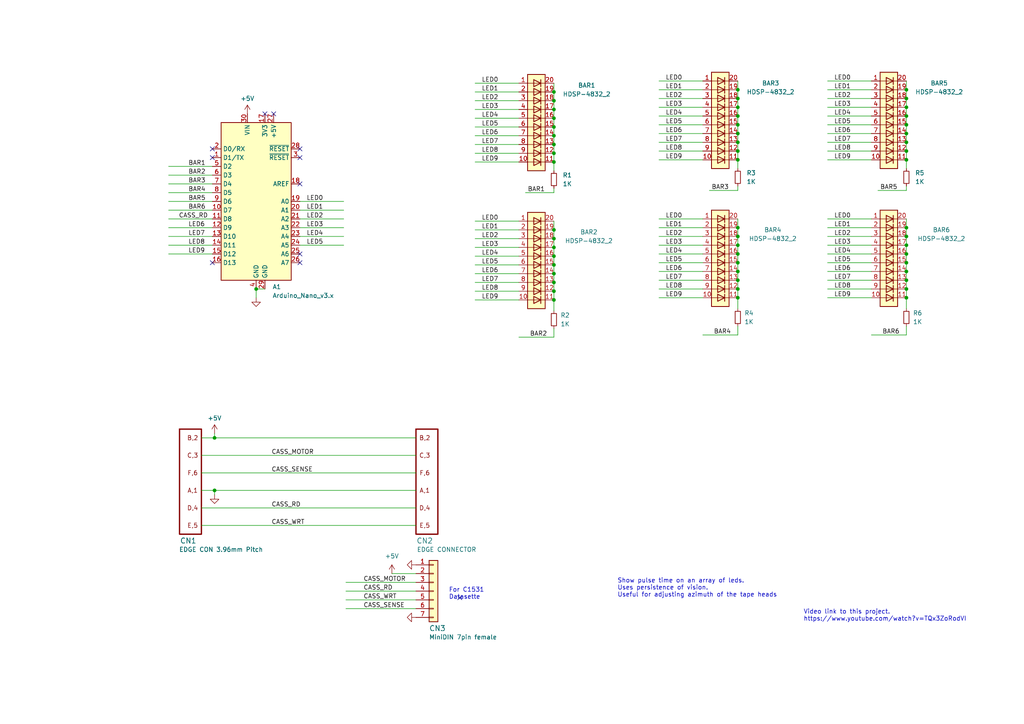
<source format=kicad_sch>
(kicad_sch (version 20230121) (generator eeschema)
  (paper "A4")
  (title_block (title "Commodore Tape Pulse Visualizer") (date "2024-02-04") (rev "1.0") (company "Disco lights for datasettes by Bwack 2024"))
  (lib_symbols
    (symbol "Connector_Generic:Conn_01x07" (pin_names (offset 1.016) hide)
      (property "Reference" "J" (at 0 10.16 0))
      (property "Value" "Conn_01x07" (at 0 -10.16 0))
      (symbol "Conn_01x07_1_1"
        (rectangle (start -1.27 -7.493) (end 0 -7.747) (stroke (width 0.1524)))
        (rectangle (start -1.27 -4.953) (end 0 -5.207) (stroke (width 0.1524)))
        (rectangle (start -1.27 -2.413) (end 0 -2.667) (stroke (width 0.1524)))
        (rectangle (start -1.27 0.127) (end 0 -0.127) (stroke (width 0.1524)))
        (rectangle (start -1.27 2.667) (end 0 2.413) (stroke (width 0.1524)))
        (rectangle (start -1.27 5.207) (end 0 4.953) (stroke (width 0.1524)))
        (rectangle (start -1.27 7.747) (end 0 7.493) (stroke (width 0.1524)))
        (rectangle (start -1.27 8.89) (end 1.27 -8.89) (stroke (width 0.254)) (fill (type background)))
        (pin passive line (at -5.08 7.62 0) (length 3.81) (name "Pin_1") (number "1"))
        (pin passive line (at -5.08 5.08 0) (length 3.81) (name "Pin_2") (number "2"))
        (pin passive line (at -5.08 2.54 0) (length 3.81) (name "Pin_3") (number "3"))
        (pin passive line (at -5.08 0 0) (length 3.81) (name "Pin_4") (number "4"))
        (pin passive line (at -5.08 -2.54 0) (length 3.81) (name "Pin_5") (number "5"))
        (pin passive line (at -5.08 -5.08 0) (length 3.81) (name "Pin_6") (number "6"))
        (pin passive line (at -5.08 -7.62 0) (length 3.81) (name "Pin_7") (number "7"))
      )
    )
    (symbol "Device:R_Small" (pin_numbers hide) (pin_names (offset 0.254) hide)
      (property "Reference" "R" (at 0.762 0.508 0))
      (property "Value" "R_Small" (at 0.762 -1.016 0))
      (symbol "R_Small_0_1"
        (rectangle (start -0.762 1.778) (end 0.762 -1.778) (stroke (width 0.2032)))
      )
      (symbol "R_Small_1_1"
        (pin passive line (at 0 2.54 270) (length 0.762) (name "~") (number "1"))
        (pin passive line (at 0 -2.54 90) (length 0.762) (name "~") (number "2"))
      )
    )
    (symbol "LED:HDSP-4832_2" (pin_names (offset 1.016) hide)
      (property "Reference" "BAR" (at 0 15.24 0))
      (property "Value" "HDSP-4832_2" (at 0 -17.78 0))
      (symbol "HDSP-4832_2_0_1"
        (rectangle (start -2.54 12.7) (end 2.54 -15.24) (stroke (width 0.254)) (fill (type background)))
        (polyline (pts (xy -2.54 -12.7) (xy 2.54 -12.7)))
        (polyline (pts (xy -2.54 -10.16) (xy 2.54 -10.16)))
        (polyline (pts (xy -2.54 -7.62) (xy 2.54 -7.62)))
        (polyline (pts (xy -2.54 -5.08) (xy 2.54 -5.08)))
        (polyline (pts (xy -2.54 0) (xy 2.54 0)))
        (polyline (pts (xy -2.54 5.08) (xy 2.54 5.08)))
        (polyline (pts (xy -2.54 7.62) (xy 2.54 7.62)))
        (polyline (pts (xy -2.54 10.16) (xy 2.54 10.16)))
        (polyline (pts (xy 1.27 -11.684) (xy 1.27 -13.716)) (stroke (width 0.254)))
        (polyline (pts (xy 1.27 -9.144) (xy 1.27 -11.176)) (stroke (width 0.254)))
        (polyline (pts (xy 1.27 -6.604) (xy 1.27 -8.636)) (stroke (width 0.254)))
        (polyline (pts (xy 1.27 -4.064) (xy 1.27 -6.096)) (stroke (width 0.254)))
        (polyline (pts (xy 1.27 -1.524) (xy 1.27 -3.556)) (stroke (width 0.254)))
        (polyline (pts (xy 1.27 1.016) (xy 1.27 -1.016)) (stroke (width 0.254)))
        (polyline (pts (xy 1.27 3.556) (xy 1.27 1.524)) (stroke (width 0.254)))
        (polyline (pts (xy 1.27 6.096) (xy 1.27 4.064)) (stroke (width 0.254)))
        (polyline (pts (xy 1.27 8.636) (xy 1.27 6.604)) (stroke (width 0.254)))
        (polyline (pts (xy 1.27 11.176) (xy 1.27 9.144)) (stroke (width 0.254)))
        (polyline (pts (xy 2.54 -2.54) (xy -2.54 -2.54)))
        (polyline (pts (xy 2.54 2.54) (xy -2.54 2.54)))
        (polyline (pts (xy -0.762 -11.684) (xy -0.762 -13.716) (xy 1.27 -12.7) (xy -0.762 -11.684)) (stroke (width 0.254)))
        (polyline (pts (xy -0.762 -9.144) (xy -0.762 -11.176) (xy 1.27 -10.16) (xy -0.762 -9.144)) (stroke (width 0.254)))
        (polyline (pts (xy -0.762 -6.604) (xy -0.762 -8.636) (xy 1.27 -7.62) (xy -0.762 -6.604)) (stroke (width 0.254)))
        (polyline (pts (xy -0.762 -4.064) (xy -0.762 -6.096) (xy 1.27 -5.08) (xy -0.762 -4.064)) (stroke (width 0.254)))
        (polyline (pts (xy -0.762 -1.524) (xy -0.762 -3.556) (xy 1.27 -2.54) (xy -0.762 -1.524)) (stroke (width 0.254)))
        (polyline (pts (xy -0.762 1.016) (xy -0.762 -1.016) (xy 1.27 0) (xy -0.762 1.016)) (stroke (width 0.254)))
        (polyline (pts (xy -0.762 3.556) (xy -0.762 1.524) (xy 1.27 2.54) (xy -0.762 3.556)) (stroke (width 0.254)))
        (polyline (pts (xy -0.762 6.096) (xy -0.762 4.064) (xy 1.27 5.08) (xy -0.762 6.096)) (stroke (width 0.254)))
        (polyline (pts (xy -0.762 8.636) (xy -0.762 6.604) (xy 1.27 7.62) (xy -0.762 8.636)) (stroke (width 0.254)))
        (polyline (pts (xy -0.762 11.176) (xy -0.762 9.144) (xy 1.27 10.16) (xy -0.762 11.176)) (stroke (width 0.254)))
      )
      (symbol "HDSP-4832_2_1_1"
        (pin passive line (at -5.08 10.16 0) (length 2.54) (name "A") (number "1"))
        (pin passive line (at -5.08 -12.7 0) (length 2.54) (name "A") (number "10"))
        (pin passive line (at 5.08 -12.7 180) (length 2.54) (name "K") (number "11"))
        (pin passive line (at 5.08 -10.16 180) (length 2.54) (name "K") (number "12"))
        (pin passive line (at 5.08 -7.62 180) (length 2.54) (name "K") (number "13"))
        (pin passive line (at 5.08 -5.08 180) (length 2.54) (name "K") (number "14"))
        (pin passive line (at 5.08 -2.54 180) (length 2.54) (name "K") (number "15"))
        (pin passive line (at 5.08 0 180) (length 2.54) (name "K") (number "16"))
        (pin passive line (at 5.08 2.54 180) (length 2.54) (name "K") (number "17"))
        (pin passive line (at 5.08 5.08 180) (length 2.54) (name "K") (number "18"))
        (pin passive line (at 5.08 7.62 180) (length 2.54) (name "K") (number "19"))
        (pin passive line (at -5.08 7.62 0) (length 2.54) (name "A") (number "2"))
        (pin passive line (at 5.08 10.16 180) (length 2.54) (name "K") (number "20"))
        (pin passive line (at -5.08 5.08 0) (length 2.54) (name "A") (number "3"))
        (pin passive line (at -5.08 2.54 0) (length 2.54) (name "A") (number "4"))
        (pin passive line (at -5.08 0 0) (length 2.54) (name "A") (number "5"))
        (pin passive line (at -5.08 -2.54 0) (length 2.54) (name "A") (number "6"))
        (pin passive line (at -5.08 -5.08 0) (length 2.54) (name "A") (number "7"))
        (pin passive line (at -5.08 -7.62 0) (length 2.54) (name "A") (number "8"))
        (pin passive line (at -5.08 -10.16 0) (length 2.54) (name "A") (number "9"))
      )
    )
    (symbol "MCU_Module:Arduino_Nano_v3.x"
      (property "Reference" "A" (at -10.16 23.495 0))
      (property "Value" "Arduino_Nano_v3.x" (at 5.08 -24.13 0))
      (symbol "Arduino_Nano_v3.x_0_1"
        (rectangle (start -10.16 22.86) (end 10.16 -22.86) (stroke (width 0.254)) (fill (type background)))
      )
      (symbol "Arduino_Nano_v3.x_1_1"
        (pin bidirectional line (at -12.7 12.7 0) (length 2.54) (name "D1/TX") (number "1"))
        (pin bidirectional line (at -12.7 -2.54 0) (length 2.54) (name "D7") (number "10"))
        (pin bidirectional line (at -12.7 -5.08 0) (length 2.54) (name "D8") (number "11"))
        (pin bidirectional line (at -12.7 -7.62 0) (length 2.54) (name "D9") (number "12"))
        (pin bidirectional line (at -12.7 -10.16 0) (length 2.54) (name "D10") (number "13"))
        (pin bidirectional line (at -12.7 -12.7 0) (length 2.54) (name "D11") (number "14"))
        (pin bidirectional line (at -12.7 -15.24 0) (length 2.54) (name "D12") (number "15"))
        (pin bidirectional line (at -12.7 -17.78 0) (length 2.54) (name "D13") (number "16"))
        (pin power_out line (at 2.54 25.4 270) (length 2.54) (name "3V3") (number "17"))
        (pin input line (at 12.7 5.08 180) (length 2.54) (name "AREF") (number "18"))
        (pin bidirectional line (at 12.7 0 180) (length 2.54) (name "A0") (number "19"))
        (pin bidirectional line (at -12.7 15.24 0) (length 2.54) (name "D0/RX") (number "2"))
        (pin bidirectional line (at 12.7 -2.54 180) (length 2.54) (name "A1") (number "20"))
        (pin bidirectional line (at 12.7 -5.08 180) (length 2.54) (name "A2") (number "21"))
        (pin bidirectional line (at 12.7 -7.62 180) (length 2.54) (name "A3") (number "22"))
        (pin bidirectional line (at 12.7 -10.16 180) (length 2.54) (name "A4") (number "23"))
        (pin bidirectional line (at 12.7 -12.7 180) (length 2.54) (name "A5") (number "24"))
        (pin bidirectional line (at 12.7 -15.24 180) (length 2.54) (name "A6") (number "25"))
        (pin bidirectional line (at 12.7 -17.78 180) (length 2.54) (name "A7") (number "26"))
        (pin power_out line (at 5.08 25.4 270) (length 2.54) (name "+5V") (number "27"))
        (pin input line (at 12.7 15.24 180) (length 2.54) (name "~{RESET}") (number "28"))
        (pin power_in line (at 2.54 -25.4 90) (length 2.54) (name "GND") (number "29"))
        (pin input line (at 12.7 12.7 180) (length 2.54) (name "~{RESET}") (number "3"))
        (pin power_in line (at -2.54 25.4 270) (length 2.54) (name "VIN") (number "30"))
        (pin power_in line (at 0 -25.4 90) (length 2.54) (name "GND") (number "4"))
        (pin bidirectional line (at -12.7 10.16 0) (length 2.54) (name "D2") (number "5"))
        (pin bidirectional line (at -12.7 7.62 0) (length 2.54) (name "D3") (number "6"))
        (pin bidirectional line (at -12.7 5.08 0) (length 2.54) (name "D4") (number "7"))
        (pin bidirectional line (at -12.7 2.54 0) (length 2.54) (name "D5") (number "8"))
        (pin bidirectional line (at -12.7 0 0) (length 2.54) (name "D6") (number "9"))
      )
    )
    (symbol "c64c-symbol-library:CASSETTE_PORT"
      (property "Reference" "CN" (at -6.35 0 90))
      (symbol "CASSETTE_PORT_0_0"
        (text "A,1" (at 0 -2.54 0) (effects (font (size 1.27 1.27))))
        (text "B,2" (at 0 12.7 0) (effects (font (size 1.27 1.27))))
        (text "C,3" (at 0 7.62 0) (effects (font (size 1.27 1.27))))
        (text "D,4" (at 0 -7.62 0) (effects (font (size 1.27 1.27))))
        (text "E,5" (at 0 -12.7 0) (effects (font (size 1.27 1.27))))
        (text "F,6" (at 0 2.54 0) (effects (font (size 1.27 1.27))))
      )
      (symbol "CASSETTE_PORT_0_1"
        (rectangle (start -3.81 15.24) (end 2.54 -15.24) (stroke (width 0.381)))
      )
      (symbol "CASSETTE_PORT_1_1"
        (pin input line (at 2.54 -2.54 180) (length 2.54) hide (name "") (number "1"))
        (pin input line (at 2.54 12.7 180) (length 2.54) hide (name "") (number "2"))
        (pin input line (at 2.54 7.62 180) (length 2.54) hide (name "") (number "3"))
        (pin input line (at 2.54 -7.62 180) (length 2.54) hide (name "") (number "4"))
        (pin input line (at 2.54 -12.7 180) (length 2.54) hide (name "") (number "5"))
        (pin input line (at 2.54 2.54 180) (length 2.54) hide (name "") (number "6"))
        (pin input line (at 2.54 -2.54 180) (length 2.54) hide (name "") (number "A"))
        (pin input line (at 2.54 12.7 180) (length 2.54) hide (name "") (number "B"))
        (pin input line (at 2.54 7.62 180) (length 2.54) hide (name "") (number "C"))
        (pin input line (at 2.54 -7.62 180) (length 2.54) hide (name "") (number "D"))
        (pin input line (at 2.54 -12.7 180) (length 2.54) hide (name "") (number "E"))
        (pin input line (at 2.54 2.54 180) (length 2.54) hide (name "") (number "F"))
      )
    )
    (symbol "power:+5V" (power) (pin_names (offset 0))
      (property "Value" "+5V" (at 0 3.556 0))
      (symbol "+5V_0_1"
        (polyline (pts (xy -0.762 1.27) (xy 0 2.54)))
        (polyline (pts (xy 0 0) (xy 0 2.54)))
        (polyline (pts (xy 0 2.54) (xy 0.762 1.27)))
      )
      (symbol "+5V_1_1"
        (pin power_in line (at 0 0 90) (length 0) hide (name "+5V") (number "1"))
      )
    )
    (symbol "power:GND" (power) (pin_names (offset 0))
      (property "Value" "GND" (at 0 -3.81 0))
      (symbol "GND_0_1"
        (polyline (pts (xy 0 0) (xy 0 -1.27) (xy 1.27 -1.27) (xy 0 -2.54) (xy -1.27 -1.27) (xy 0 -1.27)))
      )
      (symbol "GND_1_1"
        (pin power_in line (at 0 0 270) (length 0) hide (name "GND") (number "1"))
      )
    )
  )
  (junction (at 160.655 69.215))
  (junction (at 213.995 43.815))
  (junction (at 213.995 73.66))
  (junction (at 213.995 71.12))
  (junction (at 213.995 83.82))
  (junction (at 262.89 38.735))
  (junction (at 213.995 36.195))
  (junction (at 213.995 41.275))
  (junction (at 262.89 78.74))
  (junction (at 262.89 68.58))
  (junction (at 213.995 28.575))
  (junction (at 213.995 86.36))
  (junction (at 262.89 26.035))
  (junction (at 262.89 81.28))
  (junction (at 160.655 86.995))
  (junction (at 160.655 39.37))
  (junction (at 160.655 44.45))
  (junction (at 160.655 36.83))
  (junction (at 262.89 86.36))
  (junction (at 262.89 46.355))
  (junction (at 262.89 83.82))
  (junction (at 62.23 142.24))
  (junction (at 262.89 43.815))
  (junction (at 262.89 28.575))
  (junction (at 74.295 83.82))
  (junction (at 160.655 26.67))
  (junction (at 262.89 31.115))
  (junction (at 160.655 66.675))
  (junction (at 160.655 84.455))
  (junction (at 262.89 76.2))
  (junction (at 160.655 46.99))
  (junction (at 160.655 71.755))
  (junction (at 213.995 26.035))
  (junction (at 160.655 41.91))
  (junction (at 160.655 31.75))
  (junction (at 213.995 76.2))
  (junction (at 262.89 41.275))
  (junction (at 213.995 38.735))
  (junction (at 262.89 36.195))
  (junction (at 213.995 31.115))
  (junction (at 160.655 76.835))
  (junction (at 160.655 81.915))
  (junction (at 213.995 66.04))
  (junction (at 213.995 33.655))
  (junction (at 262.89 33.655))
  (junction (at 62.23 127))
  (junction (at 160.655 29.21))
  (junction (at 160.655 34.29))
  (junction (at 213.995 81.28))
  (junction (at 262.89 66.04))
  (junction (at 262.89 73.66))
  (junction (at 160.655 74.295))
  (junction (at 262.89 71.12))
  (junction (at 213.995 78.74))
  (junction (at 213.995 68.58))
  (junction (at 160.655 79.375))
  (junction (at 213.995 46.355))
  (no_connect (at 86.995 45.72))
  (no_connect (at 86.995 43.18))
  (no_connect (at 133.35 173.355))
  (no_connect (at 61.595 45.72))
  (no_connect (at 61.595 76.2))
  (no_connect (at 86.995 53.34))
  (no_connect (at 76.835 33.02))
  (no_connect (at 86.995 76.2))
  (no_connect (at 86.995 73.66))
  (no_connect (at 79.375 33.02))
  (no_connect (at 61.595 43.18))
  (wire (pts (xy 160.655 31.75) (xy 160.655 34.29)))
  (wire (pts (xy 262.89 41.275) (xy 262.89 43.815)))
  (wire (pts (xy 191.135 23.495) (xy 203.835 23.495)))
  (wire (pts (xy 86.995 68.58) (xy 99.695 68.58)))
  (wire (pts (xy 191.135 43.815) (xy 203.835 43.815)))
  (wire (pts (xy 191.135 33.655) (xy 203.835 33.655)))
  (wire (pts (xy 262.89 43.815) (xy 262.89 46.355)))
  (wire (pts (xy 150.495 97.79) (xy 160.655 97.79)))
  (wire (pts (xy 137.795 81.915) (xy 150.495 81.915)))
  (wire (pts (xy 240.03 26.035) (xy 252.73 26.035)))
  (wire (pts (xy 262.89 83.82) (xy 262.89 86.36)))
  (wire (pts (xy 262.89 38.735) (xy 262.89 41.275)))
  (wire (pts (xy 137.795 71.755) (xy 150.495 71.755)))
  (wire (pts (xy 160.655 84.455) (xy 160.655 86.995)))
  (wire (pts (xy 61.595 73.66) (xy 48.895 73.66)))
  (wire (pts (xy 240.03 81.28) (xy 252.73 81.28)))
  (wire (pts (xy 191.135 68.58) (xy 203.835 68.58)))
  (wire (pts (xy 213.995 89.535) (xy 213.995 86.36)))
  (wire (pts (xy 61.595 71.12) (xy 48.895 71.12)))
  (wire (pts (xy 213.995 73.66) (xy 213.995 76.2)))
  (wire (pts (xy 160.655 44.45) (xy 160.655 46.99)))
  (wire (pts (xy 191.135 38.735) (xy 203.835 38.735)))
  (wire (pts (xy 262.89 36.195) (xy 262.89 38.735)))
  (wire (pts (xy 191.135 76.2) (xy 203.835 76.2)))
  (wire (pts (xy 191.135 81.28) (xy 203.835 81.28)))
  (wire (pts (xy 160.655 74.295) (xy 160.655 76.835)))
  (wire (pts (xy 191.135 86.36) (xy 203.835 86.36)))
  (wire (pts (xy 137.795 76.835) (xy 150.495 76.835)))
  (wire (pts (xy 213.995 81.28) (xy 213.995 83.82)))
  (wire (pts (xy 86.995 66.04) (xy 99.695 66.04)))
  (wire (pts (xy 62.23 125.73) (xy 62.23 127)))
  (wire (pts (xy 252.73 97.155) (xy 262.89 97.155)))
  (wire (pts (xy 213.995 33.655) (xy 213.995 36.195)))
  (wire (pts (xy 262.89 33.655) (xy 262.89 36.195)))
  (wire (pts (xy 262.89 31.115) (xy 262.89 33.655)))
  (wire (pts (xy 191.135 28.575) (xy 203.835 28.575)))
  (wire (pts (xy 137.795 44.45) (xy 150.495 44.45)))
  (wire (pts (xy 48.895 68.58) (xy 61.595 68.58)))
  (wire (pts (xy 74.295 83.82) (xy 74.295 86.36)))
  (wire (pts (xy 240.03 28.575) (xy 252.73 28.575)))
  (wire (pts (xy 262.89 23.495) (xy 262.89 26.035)))
  (wire (pts (xy 213.995 68.58) (xy 213.995 71.12)))
  (wire (pts (xy 262.89 66.04) (xy 262.89 68.58)))
  (wire (pts (xy 100.33 173.99) (xy 120.65 173.99)))
  (wire (pts (xy 213.995 31.115) (xy 213.995 33.655)))
  (wire (pts (xy 205.74 55.245) (xy 213.995 55.245)))
  (wire (pts (xy 160.655 36.83) (xy 160.655 39.37)))
  (wire (pts (xy 191.135 63.5) (xy 203.835 63.5)))
  (wire (pts (xy 86.995 58.42) (xy 99.695 58.42)))
  (wire (pts (xy 262.89 94.615) (xy 262.89 97.155)))
  (wire (pts (xy 262.89 73.66) (xy 262.89 76.2)))
  (wire (pts (xy 61.595 58.42) (xy 48.895 58.42)))
  (wire (pts (xy 240.03 31.115) (xy 252.73 31.115)))
  (wire (pts (xy 213.995 38.735) (xy 213.995 41.275)))
  (wire (pts (xy 240.03 73.66) (xy 252.73 73.66)))
  (wire (pts (xy 240.03 33.655) (xy 252.73 33.655)))
  (wire (pts (xy 160.655 39.37) (xy 160.655 41.91)))
  (wire (pts (xy 137.795 66.675) (xy 150.495 66.675)))
  (wire (pts (xy 160.655 41.91) (xy 160.655 44.45)))
  (wire (pts (xy 262.89 55.245) (xy 262.89 53.975)))
  (wire (pts (xy 61.595 60.96) (xy 48.895 60.96)))
  (wire (pts (xy 240.03 36.195) (xy 252.73 36.195)))
  (wire (pts (xy 160.655 29.21) (xy 160.655 31.75)))
  (wire (pts (xy 160.655 69.215) (xy 160.655 71.755)))
  (wire (pts (xy 191.135 71.12) (xy 203.835 71.12)))
  (wire (pts (xy 191.135 41.275) (xy 203.835 41.275)))
  (wire (pts (xy 191.135 31.115) (xy 203.835 31.115)))
  (wire (pts (xy 137.795 36.83) (xy 150.495 36.83)))
  (wire (pts (xy 191.135 83.82) (xy 203.835 83.82)))
  (wire (pts (xy 262.89 81.28) (xy 262.89 83.82)))
  (wire (pts (xy 62.23 142.24) (xy 120.65 142.24)))
  (wire (pts (xy 262.89 76.2) (xy 262.89 78.74)))
  (wire (pts (xy 262.89 89.535) (xy 262.89 86.36)))
  (wire (pts (xy 240.03 78.74) (xy 252.73 78.74)))
  (wire (pts (xy 213.995 28.575) (xy 213.995 31.115)))
  (wire (pts (xy 58.42 137.16) (xy 120.65 137.16)))
  (wire (pts (xy 62.23 127) (xy 120.65 127)))
  (wire (pts (xy 58.42 127) (xy 62.23 127)))
  (wire (pts (xy 213.995 63.5) (xy 213.995 66.04)))
  (wire (pts (xy 191.135 46.355) (xy 203.835 46.355)))
  (wire (pts (xy 240.03 23.495) (xy 252.73 23.495)))
  (wire (pts (xy 191.135 66.04) (xy 203.835 66.04)))
  (wire (pts (xy 213.995 23.495) (xy 213.995 26.035)))
  (wire (pts (xy 240.03 71.12) (xy 252.73 71.12)))
  (wire (pts (xy 58.42 142.24) (xy 62.23 142.24)))
  (wire (pts (xy 254.635 55.245) (xy 262.89 55.245)))
  (wire (pts (xy 160.655 71.755) (xy 160.655 74.295)))
  (wire (pts (xy 191.135 73.66) (xy 203.835 73.66)))
  (wire (pts (xy 213.995 94.615) (xy 213.995 97.155)))
  (wire (pts (xy 48.895 48.26) (xy 61.595 48.26)))
  (wire (pts (xy 213.995 55.245) (xy 213.995 53.975)))
  (wire (pts (xy 48.895 50.8) (xy 61.595 50.8)))
  (wire (pts (xy 213.995 36.195) (xy 213.995 38.735)))
  (wire (pts (xy 240.03 63.5) (xy 252.73 63.5)))
  (wire (pts (xy 137.795 64.135) (xy 150.495 64.135)))
  (wire (pts (xy 137.795 39.37) (xy 150.495 39.37)))
  (wire (pts (xy 137.795 86.995) (xy 150.495 86.995)))
  (wire (pts (xy 160.655 66.675) (xy 160.655 69.215)))
  (wire (pts (xy 100.33 168.91) (xy 120.65 168.91)))
  (wire (pts (xy 160.655 95.25) (xy 160.655 97.79)))
  (wire (pts (xy 262.89 28.575) (xy 262.89 31.115)))
  (wire (pts (xy 137.795 84.455) (xy 150.495 84.455)))
  (wire (pts (xy 240.03 38.735) (xy 252.73 38.735)))
  (wire (pts (xy 203.835 97.155) (xy 213.995 97.155)))
  (wire (pts (xy 213.995 66.04) (xy 213.995 68.58)))
  (wire (pts (xy 58.42 132.08) (xy 120.65 132.08)))
  (wire (pts (xy 213.995 26.035) (xy 213.995 28.575)))
  (wire (pts (xy 137.795 26.67) (xy 150.495 26.67)))
  (wire (pts (xy 152.4 55.88) (xy 160.655 55.88)))
  (wire (pts (xy 240.03 41.275) (xy 252.73 41.275)))
  (wire (pts (xy 160.655 64.135) (xy 160.655 66.675)))
  (wire (pts (xy 61.595 63.5) (xy 48.895 63.5)))
  (wire (pts (xy 86.995 63.5) (xy 99.695 63.5)))
  (wire (pts (xy 160.655 24.13) (xy 160.655 26.67)))
  (wire (pts (xy 262.89 48.895) (xy 262.89 46.355)))
  (wire (pts (xy 137.795 74.295) (xy 150.495 74.295)))
  (wire (pts (xy 262.89 63.5) (xy 262.89 66.04)))
  (wire (pts (xy 240.03 86.36) (xy 252.73 86.36)))
  (wire (pts (xy 160.655 90.17) (xy 160.655 86.995)))
  (wire (pts (xy 137.795 69.215) (xy 150.495 69.215)))
  (wire (pts (xy 58.42 147.32) (xy 120.65 147.32)))
  (wire (pts (xy 137.795 24.13) (xy 150.495 24.13)))
  (wire (pts (xy 213.995 83.82) (xy 213.995 86.36)))
  (wire (pts (xy 61.595 55.88) (xy 48.895 55.88)))
  (wire (pts (xy 86.995 60.96) (xy 99.695 60.96)))
  (wire (pts (xy 240.03 66.04) (xy 252.73 66.04)))
  (wire (pts (xy 191.135 26.035) (xy 203.835 26.035)))
  (wire (pts (xy 61.595 53.34) (xy 48.895 53.34)))
  (wire (pts (xy 240.03 43.815) (xy 252.73 43.815)))
  (wire (pts (xy 213.995 78.74) (xy 213.995 81.28)))
  (wire (pts (xy 58.42 152.4) (xy 120.65 152.4)))
  (wire (pts (xy 48.895 66.04) (xy 61.595 66.04)))
  (wire (pts (xy 160.655 26.67) (xy 160.655 29.21)))
  (wire (pts (xy 240.03 76.2) (xy 252.73 76.2)))
  (wire (pts (xy 113.665 166.37) (xy 120.65 166.37)))
  (wire (pts (xy 137.795 29.21) (xy 150.495 29.21)))
  (wire (pts (xy 160.655 79.375) (xy 160.655 81.915)))
  (wire (pts (xy 160.655 81.915) (xy 160.655 84.455)))
  (wire (pts (xy 191.135 36.195) (xy 203.835 36.195)))
  (wire (pts (xy 86.995 71.12) (xy 99.695 71.12)))
  (wire (pts (xy 240.03 46.355) (xy 252.73 46.355)))
  (wire (pts (xy 160.655 55.88) (xy 160.655 54.61)))
  (wire (pts (xy 262.89 78.74) (xy 262.89 81.28)))
  (wire (pts (xy 160.655 49.53) (xy 160.655 46.99)))
  (wire (pts (xy 74.295 83.82) (xy 76.835 83.82)))
  (wire (pts (xy 160.655 34.29) (xy 160.655 36.83)))
  (wire (pts (xy 213.995 71.12) (xy 213.995 73.66)))
  (wire (pts (xy 240.03 68.58) (xy 252.73 68.58)))
  (wire (pts (xy 100.33 176.53) (xy 120.65 176.53)))
  (wire (pts (xy 137.795 41.91) (xy 150.495 41.91)))
  (wire (pts (xy 240.03 83.82) (xy 252.73 83.82)))
  (wire (pts (xy 213.995 43.815) (xy 213.995 46.355)))
  (wire (pts (xy 160.655 76.835) (xy 160.655 79.375)))
  (wire (pts (xy 137.795 79.375) (xy 150.495 79.375)))
  (wire (pts (xy 262.89 71.12) (xy 262.89 73.66)))
  (wire (pts (xy 262.89 68.58) (xy 262.89 71.12)))
  (wire (pts (xy 191.135 78.74) (xy 203.835 78.74)))
  (wire (pts (xy 262.89 26.035) (xy 262.89 28.575)))
  (wire (pts (xy 137.795 31.75) (xy 150.495 31.75)))
  (wire (pts (xy 213.995 76.2) (xy 213.995 78.74)))
  (wire (pts (xy 213.995 48.895) (xy 213.995 46.355)))
  (wire (pts (xy 137.795 34.29) (xy 150.495 34.29)))
  (wire (pts (xy 137.795 46.99) (xy 150.495 46.99)))
  (wire (pts (xy 213.995 41.275) (xy 213.995 43.815)))
  (wire (pts (xy 100.33 171.45) (xy 120.65 171.45)))
  (wire (pts (xy 62.23 143.51) (xy 62.23 142.24)))
  (text "Video link to this project.\nhttps://www.youtube.com/watch?v=TQx3ZoRodVI" (at 233.045 180.34 0) (effects (font (size 1.27 1.27)) (justify left bottom)))
  (text "Show pulse time on an array of leds.\nUses persistence of vision.\nUseful for adjusting azimuth of the tape heads" (at 179.07 173.355 0) (effects (font (size 1.27 1.27)) (justify left bottom)))
  (text "For C1531\nDatasette" (at 130.175 173.99 0) (effects (font (size 1.27 1.27)) (justify left bottom)))
  (label "LED0" (at 139.7 24.13 0))
  (label "LED5" (at 139.7 76.835 0))
  (label "LED0" (at 241.935 63.5 0))
  (label "LED4" (at 139.7 74.295 0))
  (label "LED1" (at 241.935 26.035 0))
  (label "LED4" (at 193.04 33.655 0))
  (label "BAR6" (at 54.61 60.96 0))
  (label "LED0" (at 139.7 64.135 0))
  (label "CASS_WRT" (at 105.41 173.99 0))
  (label "LED4" (at 139.7 34.29 0))
  (label "LED2" (at 139.7 29.21 0))
  (label "BAR6" (at 255.905 97.155 0))
  (label "LED4" (at 88.9 68.58 0))
  (label "BAR4" (at 54.61 55.88 0))
  (label "LED3" (at 193.04 71.12 0))
  (label "LED8" (at 193.04 83.82 0))
  (label "LED5" (at 193.04 36.195 0))
  (label "LED5" (at 241.935 76.2 0))
  (label "LED9" (at 139.7 86.995 0))
  (label "CASS_SENSE" (at 105.41 176.53 0))
  (label "LED1" (at 88.9 60.96 0))
  (label "LED3" (at 241.935 71.12 0))
  (label "CASS_MOTOR" (at 78.74 132.08 0))
  (label "CASS_WRT" (at 78.74 152.4 0))
  (label "LED8" (at 139.7 84.455 0))
  (label "BAR2" (at 153.67 97.79 0))
  (label "BAR5" (at 255.27 55.245 0))
  (label "LED5" (at 241.935 36.195 0))
  (label "LED8" (at 139.7 44.45 0))
  (label "LED9" (at 193.04 46.355 0))
  (label "LED5" (at 88.9 71.12 0))
  (label "LED9" (at 54.61 73.66 0))
  (label "LED3" (at 88.9 66.04 0))
  (label "LED2" (at 139.7 69.215 0))
  (label "LED9" (at 241.935 46.355 0))
  (label "LED6" (at 193.04 78.74 0))
  (label "LED4" (at 241.935 33.655 0))
  (label "LED3" (at 139.7 71.755 0))
  (label "LED6" (at 139.7 79.375 0))
  (label "LED0" (at 241.935 23.495 0))
  (label "BAR3" (at 206.375 55.245 0))
  (label "LED4" (at 241.935 73.66 0))
  (label "LED4" (at 193.04 73.66 0))
  (label "CASS_RD" (at 78.74 147.32 0))
  (label "LED1" (at 139.7 66.675 0))
  (label "BAR2" (at 54.61 50.8 0))
  (label "LED3" (at 241.935 31.115 0))
  (label "LED9" (at 241.935 86.36 0))
  (label "LED0" (at 88.9 58.42 0))
  (label "CASS_SENSE" (at 78.74 137.16 0))
  (label "LED2" (at 241.935 28.575 0))
  (label "LED2" (at 193.04 68.58 0))
  (label "LED6" (at 54.61 66.04 0))
  (label "LED6" (at 193.04 38.735 0))
  (label "LED5" (at 193.04 76.2 0))
  (label "LED8" (at 193.04 43.815 0))
  (label "LED0" (at 193.04 23.495 0))
  (label "LED7" (at 139.7 41.91 0))
  (label "BAR4" (at 207.01 97.155 0))
  (label "LED7" (at 241.935 41.275 0))
  (label "CASS_MOTOR" (at 105.41 168.91 0))
  (label "LED8" (at 54.61 71.12 0))
  (label "LED7" (at 54.61 68.58 0))
  (label "LED7" (at 193.04 81.28 0))
  (label "LED8" (at 241.935 83.82 0))
  (label "LED6" (at 241.935 78.74 0))
  (label "LED7" (at 241.935 81.28 0))
  (label "LED2" (at 88.9 63.5 0))
  (label "BAR1" (at 153.035 55.88 0))
  (label "LED9" (at 139.7 46.99 0))
  (label "LED8" (at 241.935 43.815 0))
  (label "BAR1" (at 54.61 48.26 0))
  (label "LED5" (at 139.7 36.83 0))
  (label "LED1" (at 193.04 66.04 0))
  (label "LED9" (at 193.04 86.36 0))
  (label "LED7" (at 139.7 81.915 0))
  (label "LED2" (at 193.04 28.575 0))
  (label "LED0" (at 193.04 63.5 0))
  (label "LED1" (at 139.7 26.67 0))
  (label "LED3" (at 193.04 31.115 0))
  (label "LED3" (at 139.7 31.75 0))
  (label "LED1" (at 193.04 26.035 0))
  (label "LED2" (at 241.935 68.58 0))
  (label "LED6" (at 139.7 39.37 0))
  (label "BAR5" (at 54.61 58.42 0))
  (label "LED1" (at 241.935 66.04 0))
  (label "CASS_RD" (at 60.325 63.5 180))
  (label "CASS_RD" (at 105.41 171.45 0))
  (label "BAR3" (at 54.61 53.34 0))
  (label "LED7" (at 193.04 41.275 0))
  (label "LED6" (at 241.935 38.735 0))
  (symbol (lib_id "power:GND") (at 120.65 179.07 270) (unit 1)
    (property "Reference" "#PWR06" (effects hide))
    (property "Value" "GND" (effects hide))
  )
  (symbol (lib_id "Connector_Generic:Conn_01x07") (at 125.73 171.45 0) (unit 1)
    (property "Reference" "CN3" (at 124.46 182.245 0) (effects (font (size 1.524 1.524)) (justify left)))
    (property "Value" "MiniDIN 7pin female" (at 124.46 184.785 0) (effects (justify left)))
    (property "Footprint" "jaujau:CUI_MD-70S" (effects hide))
  )
  (symbol (lib_id "power:GND") (at 62.23 143.51 0) (unit 1)
    (property "Reference" "#PWR04" (effects hide))
    (property "Value" "GND" (effects hide))
  )
  (symbol (lib_id "MCU_Module:Arduino_Nano_v3.x") (at 74.295 58.42 0) (unit 1)
    (property "Reference" "A1" (at 79.0291 83.185 0) (effects (justify left)))
    (property "Value" "Arduino_Nano_v3.x" (at 79.0291 85.725 0) (effects (justify left)))
    (property "Footprint" "Module:Arduino_Nano" (effects hide))
    (property "Datasheet" "http://www.mouser.com/pdfdocs/Gravitech_Arduino_Nano3_0.pdf" (effects hide))
  )
  (symbol (lib_id "LED:HDSP-4832_2") (at 208.915 73.66 0) (unit 1)
    (property "Reference" "BAR4" (at 224.155 66.675 0))
    (property "Value" "HDSP-4832_2" (at 224.155 69.215 0))
    (property "Footprint" "jaujau:HDSP-4832" (effects hide))
    (property "Datasheet" "https://docs.broadcom.com/docs/AV02-1798EN" (effects hide))
  )
  (symbol (lib_id "Device:R_Small") (at 160.655 92.71 0) (unit 1)
    (property "Reference" "R2" (at 162.56 91.44 0) (effects (justify left)))
    (property "Value" "1K" (at 162.56 93.98 0) (effects (justify left)))
    (property "Footprint" "Resistor_THT:R_Axial_DIN0207_L6.3mm_D2.5mm_P10.16mm_Horizontal" (effects hide))
  )
  (symbol (lib_id "LED:HDSP-4832_2") (at 257.81 73.66 0) (unit 1)
    (property "Reference" "BAR6" (at 273.05 66.675 0))
    (property "Value" "HDSP-4832_2" (at 273.05 69.215 0))
    (property "Footprint" "jaujau:HDSP-4832" (effects hide))
    (property "Datasheet" "https://docs.broadcom.com/docs/AV02-1798EN" (effects hide))
  )
  (symbol (lib_id "power:GND") (at 74.295 86.36 0) (unit 1)
    (property "Reference" "#PWR02" (effects hide))
    (property "Value" "GND" (effects hide))
  )
  (symbol (lib_id "c64c-symbol-library:CASSETTE_PORT") (at 123.19 139.7 0) (mirror y) (unit 1) (in_bom no)
    (property "Reference" "CN2" (at 123.19 156.845 0) (effects (font (size 1.524 1.524))))
    (property "Value" "EDGE CONNECTOR" (at 129.54 159.385 0))
    (property "Footprint" "c64c-library:EDGE_CON_12P_TAPE" (effects hide))
  )
  (symbol (lib_id "LED:HDSP-4832_2") (at 257.81 33.655 0) (unit 1)
    (property "Reference" "BAR5" (at 272.415 24.13 0))
    (property "Value" "HDSP-4832_2" (at 272.415 26.67 0))
    (property "Footprint" "jaujau:HDSP-4832" (effects hide))
    (property "Datasheet" "https://docs.broadcom.com/docs/AV02-1798EN" (effects hide))
  )
  (symbol (lib_id "Device:R_Small") (at 213.995 51.435 0) (unit 1)
    (property "Reference" "R3" (at 216.535 50.165 0) (effects (justify left)))
    (property "Value" "1K" (at 216.535 52.705 0) (effects (justify left)))
    (property "Footprint" "Resistor_THT:R_Axial_DIN0207_L6.3mm_D2.5mm_P10.16mm_Horizontal" (effects hide))
  )
  (symbol (lib_id "c64c-symbol-library:CASSETTE_PORT") (at 55.88 139.7 0) (unit 1) (in_bom no)
    (property "Reference" "CN1" (at 54.61 156.845 0) (effects (font (size 1.524 1.524))))
    (property "Value" "EDGE CON 3.96mm Pitch" (at 64.135 159.385 0))
    (property "Footprint" "jaujau:EDGE_CON_FEMALE_12P_TAPE" (effects hide))
  )
  (symbol (lib_id "power:+5V") (at 62.23 125.73 0) (unit 1)
    (property "Reference" "#PWR03" (effects hide))
    (property "Value" "+5V" (at 62.23 121.285 0))
  )
  (symbol (lib_id "LED:HDSP-4832_2") (at 208.915 33.655 0) (unit 1)
    (property "Reference" "BAR3" (at 223.52 24.13 0))
    (property "Value" "HDSP-4832_2" (at 223.52 26.67 0))
    (property "Footprint" "jaujau:HDSP-4832" (effects hide))
    (property "Datasheet" "https://docs.broadcom.com/docs/AV02-1798EN" (effects hide))
  )
  (symbol (lib_id "power:+5V") (at 71.755 33.02 0) (unit 1)
    (property "Reference" "#PWR01" (effects hide))
    (property "Value" "+5V" (at 71.755 28.575 0))
  )
  (symbol (lib_id "power:+5V") (at 113.665 166.37 0) (unit 1)
    (property "Reference" "#PWR07" (effects hide))
    (property "Value" "+5V" (at 113.665 161.29 0))
  )
  (symbol (lib_id "LED:HDSP-4832_2") (at 155.575 34.29 0) (unit 1)
    (property "Reference" "BAR1" (at 170.18 24.765 0))
    (property "Value" "HDSP-4832_2" (at 170.18 27.305 0))
    (property "Footprint" "jaujau:HDSP-4832" (effects hide))
    (property "Datasheet" "https://docs.broadcom.com/docs/AV02-1798EN" (effects hide))
  )
  (symbol (lib_id "power:GND") (at 120.65 163.83 270) (unit 1)
    (property "Reference" "#PWR05" (effects hide))
    (property "Value" "GND" (effects hide))
  )
  (symbol (lib_id "Device:R_Small") (at 213.995 92.075 0) (unit 1)
    (property "Reference" "R4" (at 215.9 90.805 0) (effects (justify left)))
    (property "Value" "1K" (at 215.9 93.345 0) (effects (justify left)))
    (property "Footprint" "Resistor_THT:R_Axial_DIN0207_L6.3mm_D2.5mm_P10.16mm_Horizontal" (effects hide))
  )
  (symbol (lib_id "Device:R_Small") (at 262.89 92.075 0) (unit 1)
    (property "Reference" "R6" (at 264.795 90.805 0) (effects (justify left)))
    (property "Value" "1K" (at 264.795 93.345 0) (effects (justify left)))
    (property "Footprint" "Resistor_THT:R_Axial_DIN0207_L6.3mm_D2.5mm_P10.16mm_Horizontal" (effects hide))
  )
  (symbol (lib_id "Device:R_Small") (at 262.89 51.435 0) (unit 1)
    (property "Reference" "R5" (at 265.43 50.165 0) (effects (justify left)))
    (property "Value" "1K" (at 265.43 52.705 0) (effects (justify left)))
    (property "Footprint" "Resistor_THT:R_Axial_DIN0207_L6.3mm_D2.5mm_P10.16mm_Horizontal" (effects hide))
  )
  (symbol (lib_id "LED:HDSP-4832_2") (at 155.575 74.295 0) (unit 1)
    (property "Reference" "BAR2" (at 170.815 67.31 0))
    (property "Value" "HDSP-4832_2" (at 170.815 69.85 0))
    (property "Footprint" "jaujau:HDSP-4832" (effects hide))
    (property "Datasheet" "https://docs.broadcom.com/docs/AV02-1798EN" (effects hide))
  )
  (symbol (lib_id "Device:R_Small") (at 160.655 52.07 0) (unit 1)
    (property "Reference" "R1" (at 163.195 50.8 0) (effects (justify left)))
    (property "Value" "1K" (at 163.195 53.34 0) (effects (justify left)))
    (property "Footprint" "Resistor_THT:R_Axial_DIN0207_L6.3mm_D2.5mm_P10.16mm_Horizontal" (effects hide))
  )
)
</source>
